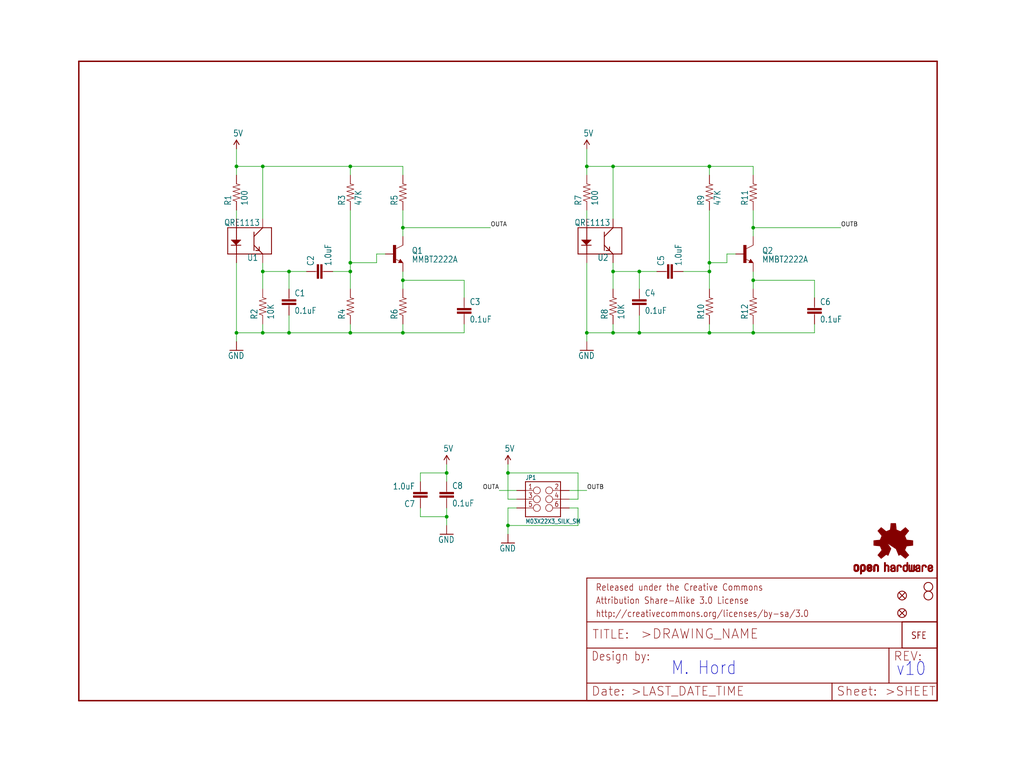
<source format=kicad_sch>
(kicad_sch (version 20211123) (generator eeschema)
  (paper "User" 297.002 223.926)
  (lib_symbols
    (symbol "eagleSchem-eagle-import:0.1UF-25V(+80{slash}-20%)(0603)"
      (property "Reference" "C" (at 1.524 2.921 0))
      (property "Value" "0.1UF-25V(+80{slash}-20%)(0603)" (at 1.524 -2.159 0))
      (symbol "0.1UF-25V(+80{slash}-20%)(0603)_1_0"
        (pin passive line (at 0 5.08 270) (length 2.54) (name "1") (number "1"))
        (pin passive line (at 0 -2.54 90) (length 2.54) (name "2") (number "2"))
      )
    )
    (symbol "eagleSchem-eagle-import:1.0UF-16V-10%(0603)"
      (property "Reference" "C" (at 1.524 2.921 0))
      (property "Value" "1.0UF-16V-10%(0603)" (at 1.524 -2.159 0))
      (symbol "1.0UF-16V-10%(0603)_1_0"
        (pin passive line (at 0 5.08 270) (length 2.54) (name "1") (number "1"))
        (pin passive line (at 0 -2.54 90) (length 2.54) (name "2") (number "2"))
      )
    )
    (symbol "eagleSchem-eagle-import:100OHM1{slash}10W1%(0603)"
      (property "Reference" "R" (at -3.81 1.4986 0))
      (property "Value" "100OHM1{slash}10W1%(0603)" (at -3.81 -3.302 0))
      (symbol "100OHM1{slash}10W1%(0603)_1_0"
        (pin passive line (at -5.08 0 0) (length 2.54) (name "1") (number "1"))
        (pin passive line (at 5.08 0 180) (length 2.54) (name "2") (number "2"))
      )
    )
    (symbol "eagleSchem-eagle-import:10KOHM1{slash}10W1%(0603)0603"
      (property "Reference" "R" (at -3.81 1.4986 0))
      (property "Value" "10KOHM1{slash}10W1%(0603)0603" (at -3.81 -3.302 0))
      (symbol "10KOHM1{slash}10W1%(0603)0603_1_0"
        (pin passive line (at -5.08 0 0) (length 2.54) (name "1") (number "1"))
        (pin passive line (at 5.08 0 180) (length 2.54) (name "2") (number "2"))
      )
    )
    (symbol "eagleSchem-eagle-import:1KOHM1{slash}10W1%(0603)"
      (property "Reference" "R" (at -3.81 1.4986 0))
      (property "Value" "1KOHM1{slash}10W1%(0603)" (at -3.81 -3.302 0))
      (symbol "1KOHM1{slash}10W1%(0603)_1_0"
        (pin passive line (at -5.08 0 0) (length 2.54) (name "1") (number "1"))
        (pin passive line (at 5.08 0 180) (length 2.54) (name "2") (number "2"))
      )
    )
    (symbol "eagleSchem-eagle-import:47KOHM1{slash}10W1%(0603)"
      (property "Reference" "R" (at -3.81 1.4986 0))
      (property "Value" "47KOHM1{slash}10W1%(0603)" (at -3.81 -3.302 0))
      (symbol "47KOHM1{slash}10W1%(0603)_1_0"
        (pin passive line (at -5.08 0 0) (length 2.54) (name "1") (number "1"))
        (pin passive line (at 5.08 0 180) (length 2.54) (name "2") (number "2"))
      )
    )
    (symbol "eagleSchem-eagle-import:5V" (power)
      (property "Value" "5V" (at -1.016 3.556 0))
      (symbol "5V_1_0"
        (pin power_in line (at 0 0 90) (length 2.54) (name "5V") (number "1"))
      )
    )
    (symbol "eagleSchem-eagle-import:FIDUCIALUFIDUCIAL")
    (symbol "eagleSchem-eagle-import:FRAME-LETTER"
      (symbol "FRAME-LETTER_2_0"
        (text ">DRAWING_NAME" (at 15.494 17.78 0) (effects (font (size 2.7432 2.7432)) (justify left bottom)))
        (text ">LAST_DATE_TIME" (at 12.7 1.27 0) (effects (font (size 2.54 2.54)) (justify left bottom)))
        (text ">SHEET" (at 86.36 1.27 0) (effects (font (size 2.54 2.54)) (justify left bottom)))
        (text "Attribution Share-Alike 3.0 License" (at 2.54 27.94 0) (effects (font (size 1.9304 1.6408)) (justify left bottom)))
        (text "Date:" (at 1.27 1.27 0) (effects (font (size 2.54 2.54)) (justify left bottom)))
        (text "Design by:" (at 1.27 11.43 0) (effects (font (size 2.54 2.159)) (justify left bottom)))
        (text "http://creativecommons.org/licenses/by-sa/3.0" (at 2.54 24.13 0) (effects (font (size 1.9304 1.6408)) (justify left bottom)))
        (text "Released under the Creative Commons" (at 2.54 31.75 0) (effects (font (size 1.9304 1.6408)) (justify left bottom)))
        (text "REV:" (at 88.9 11.43 0) (effects (font (size 2.54 2.54)) (justify left bottom)))
        (text "Sheet:" (at 72.39 1.27 0) (effects (font (size 2.54 2.54)) (justify left bottom)))
        (text "TITLE:" (at 1.524 17.78 0) (effects (font (size 2.54 2.54)) (justify left bottom)))
      )
    )
    (symbol "eagleSchem-eagle-import:GND" (power)
      (property "Value" "GND" (at -2.54 -2.54 0))
      (symbol "GND_1_0"
        (pin power_in line (at 0 2.54 270) (length 2.54) (name "GND") (number "1"))
      )
    )
    (symbol "eagleSchem-eagle-import:LOGO-SFENEW"
      (symbol "LOGO-SFENEW_1_0"
        (text "SFE" (at 0 0 0) (effects (font (size 1.9304 1.6408)) (justify left bottom)))
      )
    )
    (symbol "eagleSchem-eagle-import:LOGO-SFESK"
      (symbol "LOGO-SFESK_1_0"
        (text "SFE" (at 0 0 0) (effects (font (size 1.9304 1.6408)) (justify left bottom)))
      )
    )
    (symbol "eagleSchem-eagle-import:M03X22X3_SILK_SM"
      (property "Reference" "JP" (at -5.08 5.588 0))
      (property "Value" "M03X22X3_SILK_SM" (at -5.08 -7.112 0))
      (symbol "M03X22X3_SILK_SM_1_0"
        (text "1" (at -4.318 2.794 0) (effects (font (size 1.4224 1.209)) (justify left bottom)))
        (text "2" (at 3.302 2.794 0) (effects (font (size 1.4224 1.209)) (justify left bottom)))
        (text "3" (at -4.318 0.254 0) (effects (font (size 1.4224 1.209)) (justify left bottom)))
        (text "4" (at 3.302 0.254 0) (effects (font (size 1.4224 1.209)) (justify left bottom)))
        (text "5" (at -4.318 -2.286 0) (effects (font (size 1.4224 1.209)) (justify left bottom)))
        (text "6" (at 3.302 -2.286 0) (effects (font (size 1.4224 1.209)) (justify left bottom)))
        (pin bidirectional line (at -7.62 2.54 0) (length 2.54) (name "1") (number "1"))
        (pin bidirectional line (at 7.62 2.54 180) (length 2.54) (name "2") (number "2"))
        (pin bidirectional line (at -7.62 0 0) (length 2.54) (name "3") (number "3"))
        (pin bidirectional line (at 7.62 0 180) (length 2.54) (name "4") (number "4"))
        (pin bidirectional line (at -7.62 -2.54 0) (length 2.54) (name "5") (number "5"))
        (pin bidirectional line (at 7.62 -2.54 180) (length 2.54) (name "6") (number "6"))
      )
    )
    (symbol "eagleSchem-eagle-import:OSHW-LOGOS")
    (symbol "eagleSchem-eagle-import:QRE1113"
      (property "Reference" "U" (at -1.27 -7.112 0))
      (property "Value" "QRE1113" (at -1.778 3.048 0))
      (symbol "QRE1113_1_0"
        (pin bidirectional line (at 5.08 5.08 270) (length 2.54) (name "A") (number "1"))
        (pin bidirectional line (at 5.08 -7.62 90) (length 2.54) (name "K") (number "2"))
        (pin bidirectional line (at -2.54 5.08 270) (length 2.54) (name "C") (number "3"))
        (pin bidirectional line (at -2.54 -7.62 90) (length 2.54) (name "E") (number "4"))
      )
    )
    (symbol "eagleSchem-eagle-import:STAND-OFF")
    (symbol "eagleSchem-eagle-import:TRANSISTOR_NPNMMBT2222A"
      (property "Reference" "Q" (at 5.08 0 0))
      (property "Value" "TRANSISTOR_NPNMMBT2222A" (at 5.08 -2.54 0))
      (symbol "TRANSISTOR_NPNMMBT2222A_1_0"
        (pin passive line (at -2.54 0 0) (length 2.54) (name "B") (number "1"))
        (pin passive line (at 2.54 -5.08 90) (length 2.54) (name "E") (number "2"))
        (pin passive line (at 2.54 5.08 270) (length 2.54) (name "C") (number "3"))
      )
    )
  )
  (junction (at 76.2 96.52))
  (junction (at 205.74 96.52))
  (junction (at 218.44 81.28))
  (junction (at 147.32 152.4))
  (junction (at 218.44 66.04))
  (junction (at 205.74 48.26))
  (junction (at 185.42 96.52))
  (junction (at 205.74 78.74))
  (junction (at 68.58 48.26))
  (junction (at 116.84 66.04))
  (junction (at 218.44 96.52))
  (junction (at 76.2 48.26))
  (junction (at 76.2 78.74))
  (junction (at 83.82 96.52))
  (junction (at 101.6 48.26))
  (junction (at 129.54 149.86))
  (junction (at 68.58 96.52))
  (junction (at 205.74 76.2))
  (junction (at 101.6 76.2))
  (junction (at 116.84 96.52))
  (junction (at 129.54 137.16))
  (junction (at 185.42 78.74))
  (junction (at 147.32 137.16))
  (junction (at 177.8 48.26))
  (junction (at 177.8 78.74))
  (junction (at 101.6 96.52))
  (junction (at 170.18 48.26))
  (junction (at 177.8 96.52))
  (junction (at 83.82 78.74))
  (junction (at 101.6 78.74))
  (junction (at 170.18 96.52))
  (junction (at 116.84 81.28))
  (wire (pts (xy 147.32 147.32) (xy 149.86 147.32)))
  (wire (pts (xy 185.42 96.52) (xy 205.74 96.52)))
  (wire (pts (xy 165.1 142.24) (xy 170.18 142.24)))
  (wire (pts (xy 167.64 152.4) (xy 147.32 152.4)))
  (wire (pts (xy 149.86 144.78) (xy 147.32 144.78)))
  (wire (pts (xy 134.62 81.28) (xy 116.84 81.28)))
  (wire (pts (xy 76.2 48.26) (xy 101.6 48.26)))
  (wire (pts (xy 129.54 137.16) (xy 129.54 139.7)))
  (wire (pts (xy 167.64 147.32) (xy 167.64 152.4)))
  (wire (pts (xy 170.18 48.26) (xy 177.8 48.26)))
  (wire (pts (xy 116.84 66.04) (xy 116.84 68.58)))
  (wire (pts (xy 76.2 83.82) (xy 76.2 78.74)))
  (wire (pts (xy 68.58 43.18) (xy 68.58 48.26)))
  (wire (pts (xy 167.64 137.16) (xy 167.64 144.78)))
  (wire (pts (xy 147.32 137.16) (xy 167.64 137.16)))
  (wire (pts (xy 218.44 96.52) (xy 236.22 96.52)))
  (wire (pts (xy 83.82 78.74) (xy 76.2 78.74)))
  (wire (pts (xy 68.58 48.26) (xy 76.2 48.26)))
  (wire (pts (xy 170.18 63.5) (xy 170.18 60.96)))
  (wire (pts (xy 134.62 96.52) (xy 116.84 96.52)))
  (wire (pts (xy 218.44 81.28) (xy 218.44 83.82)))
  (wire (pts (xy 68.58 76.2) (xy 68.58 96.52)))
  (wire (pts (xy 177.8 93.98) (xy 177.8 96.52)))
  (wire (pts (xy 68.58 48.26) (xy 68.58 50.8)))
  (wire (pts (xy 170.18 48.26) (xy 170.18 50.8)))
  (wire (pts (xy 116.84 81.28) (xy 116.84 83.82)))
  (wire (pts (xy 165.1 147.32) (xy 167.64 147.32)))
  (wire (pts (xy 121.92 149.86) (xy 129.54 149.86)))
  (wire (pts (xy 177.8 96.52) (xy 185.42 96.52)))
  (wire (pts (xy 101.6 76.2) (xy 109.22 76.2)))
  (wire (pts (xy 83.82 91.44) (xy 83.82 96.52)))
  (wire (pts (xy 76.2 78.74) (xy 76.2 76.2)))
  (wire (pts (xy 243.84 66.04) (xy 218.44 66.04)))
  (wire (pts (xy 149.86 142.24) (xy 144.78 142.24)))
  (wire (pts (xy 185.42 83.82) (xy 185.42 78.74)))
  (wire (pts (xy 170.18 96.52) (xy 170.18 99.06)))
  (wire (pts (xy 116.84 48.26) (xy 116.84 50.8)))
  (wire (pts (xy 129.54 149.86) (xy 129.54 152.4)))
  (wire (pts (xy 116.84 96.52) (xy 101.6 96.52)))
  (wire (pts (xy 218.44 78.74) (xy 218.44 81.28)))
  (wire (pts (xy 198.12 78.74) (xy 205.74 78.74)))
  (wire (pts (xy 76.2 63.5) (xy 76.2 48.26)))
  (wire (pts (xy 134.62 86.36) (xy 134.62 81.28)))
  (wire (pts (xy 134.62 93.98) (xy 134.62 96.52)))
  (wire (pts (xy 236.22 81.28) (xy 218.44 81.28)))
  (wire (pts (xy 121.92 147.32) (xy 121.92 149.86)))
  (wire (pts (xy 205.74 96.52) (xy 205.74 93.98)))
  (wire (pts (xy 147.32 137.16) (xy 147.32 144.78)))
  (wire (pts (xy 205.74 96.52) (xy 218.44 96.52)))
  (wire (pts (xy 101.6 78.74) (xy 101.6 76.2)))
  (wire (pts (xy 116.84 66.04) (xy 142.24 66.04)))
  (wire (pts (xy 177.8 78.74) (xy 185.42 78.74)))
  (wire (pts (xy 116.84 78.74) (xy 116.84 81.28)))
  (wire (pts (xy 185.42 78.74) (xy 190.5 78.74)))
  (wire (pts (xy 116.84 93.98) (xy 116.84 96.52)))
  (wire (pts (xy 177.8 63.5) (xy 177.8 48.26)))
  (wire (pts (xy 218.44 48.26) (xy 218.44 50.8)))
  (wire (pts (xy 121.92 139.7) (xy 121.92 137.16)))
  (wire (pts (xy 101.6 76.2) (xy 101.6 60.96)))
  (wire (pts (xy 109.22 76.2) (xy 109.22 73.66)))
  (wire (pts (xy 147.32 134.62) (xy 147.32 137.16)))
  (wire (pts (xy 205.74 48.26) (xy 205.74 50.8)))
  (wire (pts (xy 205.74 48.26) (xy 218.44 48.26)))
  (wire (pts (xy 129.54 134.62) (xy 129.54 137.16)))
  (wire (pts (xy 83.82 78.74) (xy 83.82 83.82)))
  (wire (pts (xy 205.74 78.74) (xy 205.74 83.82)))
  (wire (pts (xy 177.8 83.82) (xy 177.8 78.74)))
  (wire (pts (xy 218.44 96.52) (xy 218.44 93.98)))
  (wire (pts (xy 218.44 68.58) (xy 218.44 66.04)))
  (wire (pts (xy 177.8 76.2) (xy 177.8 78.74)))
  (wire (pts (xy 96.52 78.74) (xy 101.6 78.74)))
  (wire (pts (xy 101.6 78.74) (xy 101.6 83.82)))
  (wire (pts (xy 170.18 43.18) (xy 170.18 48.26)))
  (wire (pts (xy 116.84 60.96) (xy 116.84 66.04)))
  (wire (pts (xy 121.92 137.16) (xy 129.54 137.16)))
  (wire (pts (xy 177.8 48.26) (xy 205.74 48.26)))
  (wire (pts (xy 185.42 91.44) (xy 185.42 96.52)))
  (wire (pts (xy 101.6 96.52) (xy 101.6 93.98)))
  (wire (pts (xy 218.44 66.04) (xy 218.44 60.96)))
  (wire (pts (xy 170.18 96.52) (xy 177.8 96.52)))
  (wire (pts (xy 76.2 96.52) (xy 76.2 93.98)))
  (wire (pts (xy 68.58 63.5) (xy 68.58 60.96)))
  (wire (pts (xy 210.82 76.2) (xy 205.74 76.2)))
  (wire (pts (xy 68.58 96.52) (xy 68.58 99.06)))
  (wire (pts (xy 205.74 76.2) (xy 205.74 60.96)))
  (wire (pts (xy 210.82 73.66) (xy 210.82 76.2)))
  (wire (pts (xy 213.36 73.66) (xy 210.82 73.66)))
  (wire (pts (xy 129.54 147.32) (xy 129.54 149.86)))
  (wire (pts (xy 236.22 96.52) (xy 236.22 93.98)))
  (wire (pts (xy 167.64 144.78) (xy 165.1 144.78)))
  (wire (pts (xy 236.22 86.36) (xy 236.22 81.28)))
  (wire (pts (xy 88.9 78.74) (xy 83.82 78.74)))
  (wire (pts (xy 147.32 152.4) (xy 147.32 147.32)))
  (wire (pts (xy 68.58 96.52) (xy 76.2 96.52)))
  (wire (pts (xy 205.74 76.2) (xy 205.74 78.74)))
  (wire (pts (xy 101.6 48.26) (xy 101.6 50.8)))
  (wire (pts (xy 109.22 73.66) (xy 111.76 73.66)))
  (wire (pts (xy 83.82 96.52) (xy 101.6 96.52)))
  (wire (pts (xy 170.18 76.2) (xy 170.18 96.52)))
  (wire (pts (xy 147.32 152.4) (xy 147.32 154.94)))
  (wire (pts (xy 101.6 48.26) (xy 116.84 48.26)))
  (wire (pts (xy 76.2 96.52) (xy 83.82 96.52)))
  (text "M. Hord" (at 194.564 196.088 180) (effects (font (size 3.81 3.2385)) (justify left bottom)))
  (text "v10" (at 259.842 196.342 180) (effects (font (size 3.81 3.2385)) (justify left bottom)))
  (label "OUTA" (at 144.78 142.24 180) (effects (font (size 1.2446 1.2446))))
  (label "OUTB" (at 170.18 142.24 0) (effects (font (size 1.2446 1.2446))))
  (label "OUTB" (at 243.84 66.04 0) (effects (font (size 1.2446 1.2446))))
  (label "OUTA" (at 142.24 66.04 0) (effects (font (size 1.2446 1.2446))))
  (symbol (lib_id "eagleSchem-eagle-import:FRAME-LETTER") (at 170.18 203.2 0) (unit 2)
    (property "Reference" "FRAME1" (effects hide))
    (property "Value" "FRAME-LETTER" (effects hide))
    (property "Footprint" "eagleSchem:CREATIVE_COMMONS" (effects hide))
  )
  (symbol (lib_id "eagleSchem-eagle-import:10KOHM1{slash}10W1%(0603)0603") (at 116.84 55.88 90) (unit 1)
    (property "Reference" "R5" (at 115.3414 59.69 0) (effects (font (size 1.778 1.5113)) (justify left bottom)))
    (property "Value" "4.7K" (at 120.142 59.69 0) (effects (font (size 1.778 1.5113)) (justify left bottom)))
    (property "Footprint" "eagleSchem:0603-RES" (effects hide))
    (property "Value" "4.7K" (effects hide))
  )
  (symbol (lib_id "eagleSchem-eagle-import:LOGO-SFESK") (at 264.16 185.42 0) (unit 1)
    (property "Reference" "LOGO1" (effects hide))
    (property "Value" "LOGO-SFESK" (effects hide))
    (property "Footprint" "eagleSchem:SFE-LOGO-FLAME" (effects hide))
  )
  (symbol (lib_id "eagleSchem-eagle-import:GND") (at 68.58 101.6 0) (unit 1)
    (property "Reference" "#GND4" (effects hide))
    (property "Value" "GND" (at 66.04 104.14 0) (effects (font (size 1.778 1.5113)) (justify left bottom)))
    (property "Footprint" "eagleSchem:" (effects hide))
  )
  (symbol (lib_id "eagleSchem-eagle-import:10KOHM1{slash}10W1%(0603)0603") (at 218.44 55.88 90) (unit 1)
    (property "Reference" "R11" (at 216.9414 59.69 0) (effects (font (size 1.778 1.5113)) (justify left bottom)))
    (property "Value" "4.7K" (at 221.742 59.69 0) (effects (font (size 1.778 1.5113)) (justify left bottom)))
    (property "Footprint" "eagleSchem:0603-RES" (effects hide))
    (property "Value" "4.7K" (effects hide))
  )
  (symbol (lib_id "eagleSchem-eagle-import:FIDUCIALUFIDUCIAL") (at 261.62 172.72 0) (unit 1)
    (property "Reference" "FID1" (effects hide))
    (property "Value" "FIDUCIALUFIDUCIAL" (effects hide))
    (property "Footprint" "eagleSchem:MICRO-FIDUCIAL" (effects hide))
  )
  (symbol (lib_id "eagleSchem-eagle-import:5V") (at 68.58 43.18 0) (unit 1)
    (property "Reference" "#SUPPLY3" (effects hide))
    (property "Value" "5V" (at 67.564 39.624 0) (effects (font (size 1.778 1.5113)) (justify left bottom)))
    (property "Footprint" "eagleSchem:" (effects hide))
  )
  (symbol (lib_id "eagleSchem-eagle-import:FIDUCIALUFIDUCIAL") (at 261.62 177.8 0) (unit 1)
    (property "Reference" "FID2" (effects hide))
    (property "Value" "FIDUCIALUFIDUCIAL" (effects hide))
    (property "Footprint" "eagleSchem:MICRO-FIDUCIAL" (effects hide))
  )
  (symbol (lib_id "eagleSchem-eagle-import:TRANSISTOR_NPNMMBT2222A") (at 215.9 73.66 0) (unit 1)
    (property "Reference" "Q2" (at 220.98 73.66 0) (effects (font (size 1.778 1.5113)) (justify left bottom)))
    (property "Value" "MMBT2222A" (at 220.98 76.2 0) (effects (font (size 1.778 1.5113)) (justify left bottom)))
    (property "Footprint" "eagleSchem:SOT23" (effects hide))
  )
  (symbol (lib_id "eagleSchem-eagle-import:0.1UF-25V(+80{slash}-20%)(0603)") (at 185.42 88.9 0) (unit 1)
    (property "Reference" "C4" (at 186.944 85.979 0) (effects (font (size 1.778 1.5113)) (justify left bottom)))
    (property "Value" "0.1uF" (at 186.944 91.059 0) (effects (font (size 1.778 1.5113)) (justify left bottom)))
    (property "Footprint" "eagleSchem:0603-CAP" (effects hide))
  )
  (symbol (lib_id "eagleSchem-eagle-import:0.1UF-25V(+80{slash}-20%)(0603)") (at 129.54 144.78 0) (unit 1)
    (property "Reference" "C8" (at 131.064 141.859 0) (effects (font (size 1.778 1.5113)) (justify left bottom)))
    (property "Value" "0.1uF" (at 131.064 146.939 0) (effects (font (size 1.778 1.5113)) (justify left bottom)))
    (property "Footprint" "eagleSchem:0603-CAP" (effects hide))
  )
  (symbol (lib_id "eagleSchem-eagle-import:1.0UF-16V-10%(0603)") (at 121.92 142.24 180) (unit 1)
    (property "Reference" "C7" (at 120.396 145.161 0) (effects (font (size 1.778 1.5113)) (justify left bottom)))
    (property "Value" "1.0uF" (at 120.396 140.081 0) (effects (font (size 1.778 1.5113)) (justify left bottom)))
    (property "Footprint" "eagleSchem:0603-CAP" (effects hide))
  )
  (symbol (lib_id "eagleSchem-eagle-import:M03X22X3_SILK_SM") (at 157.48 144.78 0) (unit 1)
    (property "Reference" "JP1" (at 152.4 139.192 0) (effects (font (size 1.27 1.0795)) (justify left bottom)))
    (property "Value" "M03X22X3_SILK_SM" (at 152.4 151.892 0) (effects (font (size 1.27 1.0795)) (justify left bottom)))
    (property "Footprint" "eagleSchem:2X3" (effects hide))
  )
  (symbol (lib_id "eagleSchem-eagle-import:100OHM1{slash}10W1%(0603)") (at 170.18 55.88 90) (unit 1)
    (property "Reference" "R7" (at 168.6814 59.69 0) (effects (font (size 1.778 1.5113)) (justify left bottom)))
    (property "Value" "100" (at 173.482 59.69 0) (effects (font (size 1.778 1.5113)) (justify left bottom)))
    (property "Footprint" "eagleSchem:0603-RES" (effects hide))
  )
  (symbol (lib_id "eagleSchem-eagle-import:QRE1113") (at 73.66 68.58 0) (mirror y) (unit 1)
    (property "Reference" "U1" (at 74.93 75.692 0) (effects (font (size 1.778 1.5113)) (justify left bottom)))
    (property "Value" "QRE1113" (at 75.438 65.532 0) (effects (font (size 1.778 1.5113)) (justify left bottom)))
    (property "Footprint" "eagleSchem:QRE1113" (effects hide))
  )
  (symbol (lib_id "eagleSchem-eagle-import:GND") (at 147.32 157.48 0) (unit 1)
    (property "Reference" "#GND9" (effects hide))
    (property "Value" "GND" (at 144.78 160.02 0) (effects (font (size 1.778 1.5113)) (justify left bottom)))
    (property "Footprint" "eagleSchem:" (effects hide))
  )
  (symbol (lib_id "eagleSchem-eagle-import:5V") (at 170.18 43.18 0) (unit 1)
    (property "Reference" "#SUPPLY4" (effects hide))
    (property "Value" "5V" (at 169.164 39.624 0) (effects (font (size 1.778 1.5113)) (justify left bottom)))
    (property "Footprint" "eagleSchem:" (effects hide))
  )
  (symbol (lib_id "eagleSchem-eagle-import:TRANSISTOR_NPNMMBT2222A") (at 114.3 73.66 0) (unit 1)
    (property "Reference" "Q1" (at 119.38 73.66 0) (effects (font (size 1.778 1.5113)) (justify left bottom)))
    (property "Value" "MMBT2222A" (at 119.38 76.2 0) (effects (font (size 1.778 1.5113)) (justify left bottom)))
    (property "Footprint" "eagleSchem:SOT23" (effects hide))
  )
  (symbol (lib_id "eagleSchem-eagle-import:10KOHM1{slash}10W1%(0603)0603") (at 177.8 88.9 90) (unit 1)
    (property "Reference" "R8" (at 176.3014 92.71 0) (effects (font (size 1.778 1.5113)) (justify left bottom)))
    (property "Value" "10K" (at 181.102 92.71 0) (effects (font (size 1.778 1.5113)) (justify left bottom)))
    (property "Footprint" "eagleSchem:0603-RES" (effects hide))
  )
  (symbol (lib_id "eagleSchem-eagle-import:1.0UF-16V-10%(0603)") (at 195.58 78.74 90) (unit 1)
    (property "Reference" "C5" (at 192.659 77.216 0) (effects (font (size 1.778 1.5113)) (justify left bottom)))
    (property "Value" "1.0uF" (at 197.739 77.216 0) (effects (font (size 1.778 1.5113)) (justify left bottom)))
    (property "Footprint" "eagleSchem:0603-CAP" (effects hide))
  )
  (symbol (lib_id "eagleSchem-eagle-import:0.1UF-25V(+80{slash}-20%)(0603)") (at 236.22 91.44 0) (unit 1)
    (property "Reference" "C6" (at 237.744 88.519 0) (effects (font (size 1.778 1.5113)) (justify left bottom)))
    (property "Value" "0.1uF" (at 237.744 93.599 0) (effects (font (size 1.778 1.5113)) (justify left bottom)))
    (property "Footprint" "eagleSchem:0603-CAP" (effects hide))
  )
  (symbol (lib_id "eagleSchem-eagle-import:0.1UF-25V(+80{slash}-20%)(0603)") (at 83.82 88.9 0) (unit 1)
    (property "Reference" "C1" (at 85.344 85.979 0) (effects (font (size 1.778 1.5113)) (justify left bottom)))
    (property "Value" "0.1uF" (at 85.344 91.059 0) (effects (font (size 1.778 1.5113)) (justify left bottom)))
    (property "Footprint" "eagleSchem:0603-CAP" (effects hide))
  )
  (symbol (lib_id "eagleSchem-eagle-import:100OHM1{slash}10W1%(0603)") (at 68.58 55.88 90) (unit 1)
    (property "Reference" "R1" (at 67.0814 59.69 0) (effects (font (size 1.778 1.5113)) (justify left bottom)))
    (property "Value" "100" (at 71.882 59.69 0) (effects (font (size 1.778 1.5113)) (justify left bottom)))
    (property "Footprint" "eagleSchem:0603-RES" (effects hide))
  )
  (symbol (lib_id "eagleSchem-eagle-import:LOGO-SFENEW") (at 264.16 185.42 0) (unit 1)
    (property "Reference" "LOGO4" (effects hide))
    (property "Value" "LOGO-SFENEW" (effects hide))
    (property "Footprint" "eagleSchem:SFE-NEW-WEBLOGO" (effects hide))
  )
  (symbol (lib_id "eagleSchem-eagle-import:FRAME-LETTER") (at 22.86 203.2 0) (unit 1)
    (property "Reference" "FRAME1" (effects hide))
    (property "Value" "FRAME-LETTER" (effects hide))
    (property "Footprint" "eagleSchem:CREATIVE_COMMONS" (effects hide))
  )
  (symbol (lib_id "eagleSchem-eagle-import:1.0UF-16V-10%(0603)") (at 93.98 78.74 90) (unit 1)
    (property "Reference" "C2" (at 91.059 77.216 0) (effects (font (size 1.778 1.5113)) (justify left bottom)))
    (property "Value" "1.0uF" (at 96.139 77.216 0) (effects (font (size 1.778 1.5113)) (justify left bottom)))
    (property "Footprint" "eagleSchem:0603-CAP" (effects hide))
  )
  (symbol (lib_id "eagleSchem-eagle-import:10KOHM1{slash}10W1%(0603)0603") (at 205.74 88.9 90) (unit 1)
    (property "Reference" "R10" (at 204.2414 92.71 0) (effects (font (size 1.778 1.5113)) (justify left bottom)))
    (property "Value" "6.8K" (at 209.042 92.71 0) (effects (font (size 1.778 1.5113)) (justify left bottom)))
    (property "Footprint" "eagleSchem:0603-RES" (effects hide))
    (property "Value" "6.8K" (effects hide))
  )
  (symbol (lib_id "eagleSchem-eagle-import:0.1UF-25V(+80{slash}-20%)(0603)") (at 134.62 91.44 0) (unit 1)
    (property "Reference" "C3" (at 136.144 88.519 0) (effects (font (size 1.778 1.5113)) (justify left bottom)))
    (property "Value" "0.1uF" (at 136.144 93.599 0) (effects (font (size 1.778 1.5113)) (justify left bottom)))
    (property "Footprint" "eagleSchem:0603-CAP" (effects hide))
  )
  (symbol (lib_id "eagleSchem-eagle-import:GND") (at 129.54 154.94 0) (unit 1)
    (property "Reference" "#GND1" (effects hide))
    (property "Value" "GND" (at 127 157.48 0) (effects (font (size 1.778 1.5113)) (justify left bottom)))
    (property "Footprint" "eagleSchem:" (effects hide))
  )
  (symbol (lib_id "eagleSchem-eagle-import:5V") (at 129.54 134.62 0) (unit 1)
    (property "Reference" "#SUPPLY1" (effects hide))
    (property "Value" "5V" (at 128.524 131.064 0) (effects (font (size 1.778 1.5113)) (justify left bottom)))
    (property "Footprint" "eagleSchem:" (effects hide))
  )
  (symbol (lib_id "eagleSchem-eagle-import:QRE1113") (at 175.26 68.58 0) (mirror y) (unit 1)
    (property "Reference" "U2" (at 176.53 75.692 0) (effects (font (size 1.778 1.5113)) (justify left bottom)))
    (property "Value" "QRE1113" (at 177.038 65.532 0) (effects (font (size 1.778 1.5113)) (justify left bottom)))
    (property "Footprint" "eagleSchem:QRE1113" (effects hide))
  )
  (symbol (lib_id "eagleSchem-eagle-import:1KOHM1{slash}10W1%(0603)") (at 218.44 88.9 90) (unit 1)
    (property "Reference" "R12" (at 216.9414 92.71 0) (effects (font (size 1.778 1.5113)) (justify left bottom)))
    (property "Value" "100" (at 221.742 92.71 0) (effects (font (size 1.778 1.5113)) (justify left bottom)))
    (property "Footprint" "eagleSchem:0603-RES" (effects hide))
    (property "Value" "100" (effects hide))
  )
  (symbol (lib_id "eagleSchem-eagle-import:47KOHM1{slash}10W1%(0603)") (at 101.6 55.88 90) (unit 1)
    (property "Reference" "R3" (at 100.1014 59.69 0) (effects (font (size 1.778 1.5113)) (justify left bottom)))
    (property "Value" "47K" (at 104.902 59.69 0) (effects (font (size 1.778 1.5113)) (justify left bottom)))
    (property "Footprint" "eagleSchem:0603-RES" (effects hide))
  )
  (symbol (lib_id "eagleSchem-eagle-import:47KOHM1{slash}10W1%(0603)") (at 205.74 55.88 90) (unit 1)
    (property "Reference" "R9" (at 204.2414 59.69 0) (effects (font (size 1.778 1.5113)) (justify left bottom)))
    (property "Value" "47K" (at 209.042 59.69 0) (effects (font (size 1.778 1.5113)) (justify left bottom)))
    (property "Footprint" "eagleSchem:0603-RES" (effects hide))
  )
  (symbol (lib_id "eagleSchem-eagle-import:STAND-OFF") (at 269.24 172.72 0) (unit 1)
    (property "Reference" "STANDOFF2" (effects hide))
    (property "Value" "STAND-OFF" (effects hide))
    (property "Footprint" "eagleSchem:STAND-OFF" (effects hide))
  )
  (symbol (lib_id "eagleSchem-eagle-import:10KOHM1{slash}10W1%(0603)0603") (at 76.2 88.9 90) (unit 1)
    (property "Reference" "R2" (at 74.7014 92.71 0) (effects (font (size 1.778 1.5113)) (justify left bottom)))
    (property "Value" "10K" (at 79.502 92.71 0) (effects (font (size 1.778 1.5113)) (justify left bottom)))
    (property "Footprint" "eagleSchem:0603-RES" (effects hide))
  )
  (symbol (lib_id "eagleSchem-eagle-import:STAND-OFF") (at 269.24 170.18 0) (unit 1)
    (property "Reference" "STANDOFF1" (effects hide))
    (property "Value" "STAND-OFF" (effects hide))
    (property "Footprint" "eagleSchem:STAND-OFF" (effects hide))
  )
  (symbol (lib_id "eagleSchem-eagle-import:GND") (at 170.18 101.6 0) (unit 1)
    (property "Reference" "#GND8" (effects hide))
    (property "Value" "GND" (at 167.64 104.14 0) (effects (font (size 1.778 1.5113)) (justify left bottom)))
    (property "Footprint" "eagleSchem:" (effects hide))
  )
  (symbol (lib_id "eagleSchem-eagle-import:OSHW-LOGOS") (at 259.08 157.48 0) (unit 1)
    (property "Reference" "LOGO3" (effects hide))
    (property "Value" "OSHW-LOGOS" (effects hide))
    (property "Footprint" "eagleSchem:OSHW-LOGO-S" (effects hide))
  )
  (symbol (lib_id "eagleSchem-eagle-import:10KOHM1{slash}10W1%(0603)0603") (at 101.6 88.9 90) (unit 1)
    (property "Reference" "R4" (at 100.1014 92.71 0) (effects (font (size 1.778 1.5113)) (justify left bottom)))
    (property "Value" "6.8K" (at 104.902 92.71 0) (effects (font (size 1.778 1.5113)) (justify left bottom)))
    (property "Footprint" "eagleSchem:0603-RES" (effects hide))
    (property "Value" "6.8K" (effects hide))
  )
  (symbol (lib_id "eagleSchem-eagle-import:1KOHM1{slash}10W1%(0603)") (at 116.84 88.9 90) (unit 1)
    (property "Reference" "R6" (at 115.3414 92.71 0) (effects (font (size 1.778 1.5113)) (justify left bottom)))
    (property "Value" "100" (at 120.142 92.71 0) (effects (font (size 1.778 1.5113)) (justify left bottom)))
    (property "Footprint" "eagleSchem:0603-RES" (effects hide))
    (property "Value" "100" (effects hide))
  )
  (symbol (lib_id "eagleSchem-eagle-import:5V") (at 147.32 134.62 0) (unit 1)
    (property "Reference" "#SUPPLY5" (effects hide))
    (property "Value" "5V" (at 146.304 131.064 0) (effects (font (size 1.778 1.5113)) (justify left bottom)))
    (property "Footprint" "eagleSchem:" (effects hide))
  )
)
</source>
